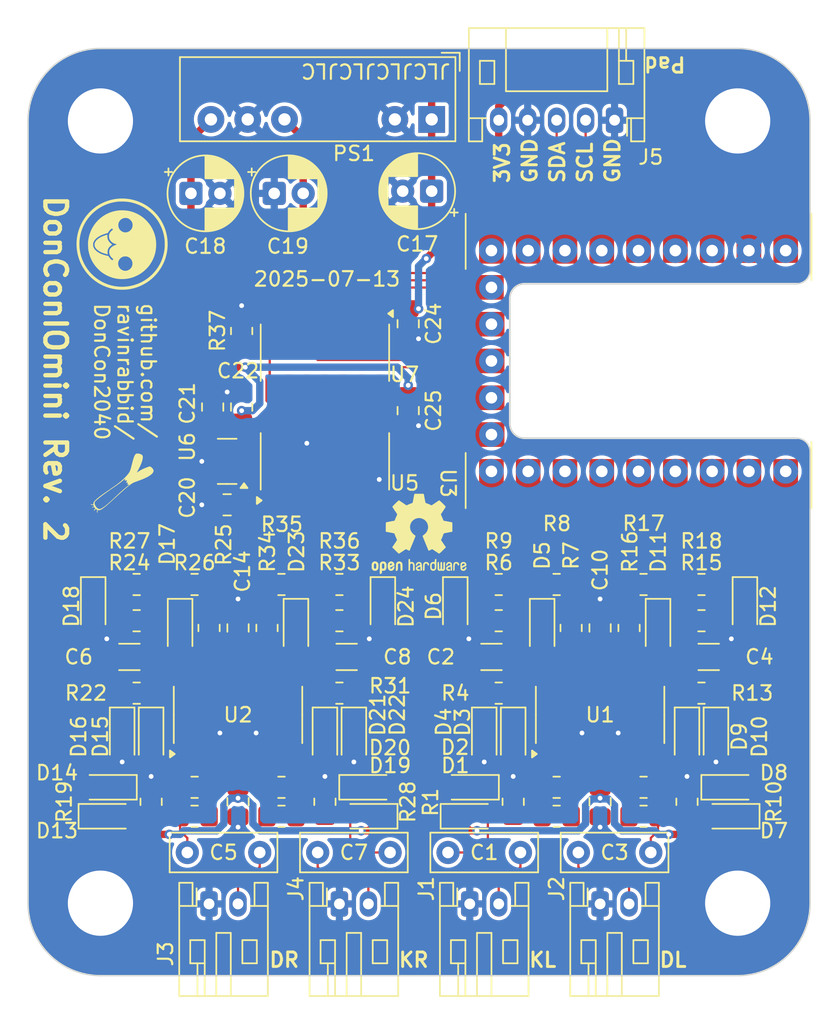
<source format=kicad_pcb>
(kicad_pcb (version 20241229) (generator "pcbnew") (generator_version "9.0")
  (title_block (title "DonConIOmini") (date "2025-07-13") (rev "2") (company "ravinrabbid"))
  (layers (0 "F.Cu" signal) (2 "B.Cu" signal) (13 "F.Paste" user) (15 "B.Paste" user) (5 "F.SilkS" user "F.Silkscreen") (7 "B.SilkS" user "B.Silkscreen") (1 "F.Mask" user) (3 "B.Mask" user) (25 "Edge.Cuts" user))
  (net 0 "")
  (net 1 "Ka_Left_IN")
  (net 2 "Net-(D1-A)")
  (net 3 "GND")
  (net 4 "Don_Left_IN")
  (net 5 "Net-(D7-A)")
  (net 6 "Don_Right_IN")
  (net 7 "Net-(D13-A)")
  (net 8 "Ka_Right_IN")
  (net 9 "Net-(D19-A)")
  (net 10 "+12V")
  (net 11 "-12V")
  (net 12 "+5V")
  (net 13 "Net-(D3-K)")
  (net 14 "Net-(D3-A)")
  (net 15 "Net-(D5-K)")
  (net 16 "Net-(D5-A)")
  (net 17 "Net-(D10-K)")
  (net 18 "Net-(D9-A)")
  (net 19 "Net-(D11-K)")
  (net 20 "Net-(D11-A)")
  (net 21 "Net-(D15-K)")
  (net 22 "Net-(D15-A)")
  (net 23 "Net-(D17-K)")
  (net 24 "Net-(D17-A)")
  (net 25 "Net-(D21-K)")
  (net 26 "Net-(D21-A)")
  (net 27 "Net-(D23-K)")
  (net 28 "Net-(D23-A)")
  (net 29 "SCL")
  (net 30 "SDA")
  (net 31 "+3V3")
  (net 32 "Net-(U5-Vref)")
  (net 33 "SPI MOSI")
  (net 34 "SPI MISO")
  (net 35 "SPI SCLK")
  (net 36 "SPI nCS")
  (net 37 "Ka_Left_ADC")
  (net 38 "Don_Left_ADC")
  (net 39 "Don_Right_ADC")
  (net 40 "Ka_Right_ADC")
  (net 43 "SPI OE")
  (net 44 "Net-(U5-~{CS}{slash}SHDN)")
  (net 45 "Net-(U5-Din)")
  (net 46 "Net-(U5-Dout)")
  (net 47 "Net-(U5-CLK)")
  (net 50 "Net-(U1C--)")
  (net 51 "Net-(U1A--)")
  (net 52 "Net-(U1D-+)")
  (net 53 "Net-(U1C-+)")
  (net 54 "Net-(U2C--)")
  (net 55 "Net-(U1B--)")
  (net 56 "Net-(U2A--)")
  (net 57 "Net-(U2D-+)")
  (net 58 "Net-(U2C-+)")
  (net 59 "Net-(U1D--)")
  (net 60 "Net-(U2D--)")
  (net 61 "Net-(U2B--)")
  (footprint "Diode_SMD:D_SOD-323_HandSoldering" (layer "F.Cu") (at 80.5 103 180)
    (property "Reference" "D2")
    (property "Value" "1N4148")
  )
  (footprint "Diode_SMD:D_SOD-323_HandSoldering" (layer "F.Cu") (at 73.5 103)
    (property "Reference" "D20")
    (property "Value" "1N4148")
  )
  (footprint "Capacitor_THT:C_Rect_L7.2mm_W2.5mm_P5.00mm_FKS2_FKP2_MKS2_MKP2" (layer "F.Cu") (at 66 107.5 180)
    (property "Reference" "C5")
    (property "Value" "1nF")
  )
  (footprint "Resistor_SMD:R_0805_2012Metric_Pad1.20x1.40mm_HandSolder" (layer "F.Cu") (at 70.5 104 90)
    (property "Reference" "R28")
    (property "Value" "1M")
  )
  (footprint "Diode_SMD:D_SOD-323_HandSoldering" (layer "F.Cu") (at 55.5 105)
    (property "Reference" "D13")
    (property "Value" "1N4148")
  )
  (footprint "RP2040-Zero:RP2040 Zero" (layer "F.Cu") (at 79.3285 63.41 -90)
    (property "Reference" "U3")
    (property "Value" "RP2040-Zero")
    (fp_line (start 5.842 -3.937) (end 14.478 -3.937) (stroke (width 0.12)) (layer "Edge.Cuts"))
    (fp_line (start 15.494 -4.953) (end 15.494 -23.749) (stroke (width 0.12)) (layer "Edge.Cuts"))
    (fp_line (start 4.826 -23.749) (end 4.826 -4.953) (stroke (width 0.12)) (layer "Edge.Cuts"))
    (fp_arc (start 5.842 -3.937) (mid 5.12358 -4.23458) (end 4.826 -4.953) (stroke (width 0.12)) (layer "Edge.Cuts"))
    (fp_arc (start 15.494 -4.953) (mid 15.19642 -4.23458) (end 14.478 -3.937) (stroke (width 0.12)) (layer "Edge.Cuts"))
  )
  (footprint "Capacitor_SMD:C_1206_3216Metric_Pad1.33x1.80mm_HandSolder" (layer "F.Cu") (at 97 94)
    (property "Reference" "C4")
    (property "Value" "0.47uF")
  )
  (footprint "Capacitor_SMD:C_1206_3216Metric_Pad1.33x1.80mm_HandSolder" (layer "F.Cu") (at 57 94 180)
    (property "Reference" "C6")
    (property "Value" "0.47uF")
  )
  (footprint "Diode_SMD:D_SOD-323_HandSoldering" (layer "F.Cu") (at 56.5 99.5 -90)
    (property "Reference" "D16")
    (property "Value" "BAT43")
  )
  (footprint "Resistor_SMD:R_0805_2012Metric_Pad1.20x1.40mm_HandSolder" (layer "F.Cu") (at 82.5 91.5)
    (property "Reference" "R6")
    (property "Value" "5.1k")
  )
  (footprint "Capacitor_SMD:C_1206_3216Metric_Pad1.33x1.80mm_HandSolder" (layer "F.Cu") (at 72 94)
    (property "Reference" "C8")
    (property "Value" "0.47uF")
  )
  (footprint "Resistor_SMD:R_0805_2012Metric_Pad1.20x1.40mm_HandSolder" (layer "F.Cu") (at 57.5 96.5)
    (property "Reference" "R22")
    (property "Value" "100")
  )
  (footprint "Resistor_SMD:R_0805_2012Metric_Pad1.20x1.40mm_HandSolder" (layer "F.Cu") (at 86.5 103 180)
    (property "Reference" "R3" (hide yes))
    (property "Value" "100k")
  )
  (footprint "Resistor_SMD:R_0805_2012Metric_Pad1.20x1.40mm_HandSolder" (layer "F.Cu") (at 87.5 92 90)
    (property "Reference" "R7")
    (property "Value" "10k")
  )
  (footprint "Custom:CRV1DxxxSC" (layer "F.Cu") (at 77.87 56.895 -90)
    (property "Reference" "PS1")
    (property "Value" "CRV1D0512SC")
  )
  (footprint "Capacitor_SMD:C_0805_2012Metric_Pad1.18x1.45mm_HandSolder" (layer "F.Cu") (at 64.5 92 90)
    (property "Reference" "C14")
    (property "Value" "100nF")
  )
  (footprint "Diode_SMD:D_SOD-323_HandSoldering" (layer "F.Cu") (at 54.5 90.5 -90)
    (property "Reference" "D18")
    (property "Value" "4.3V")
  )
  (footprint "Capacitor_SMD:C_0805_2012Metric_Pad1.18x1.45mm_HandSolder" (layer "F.Cu") (at 64.75 76.75 -90)
    (property "Reference" "C22")
    (property "Value" "0.1uF")
  )
  (footprint "Connector_JST:JST_PH_S2B-PH-K_1x02_P2.00mm_Horizontal" (layer "F.Cu") (at 89.5 111.05)
    (property "Reference" "J2")
    (property "Value" "Don Left")
  )
  (footprint "CustomLogos:Leek-Logo_6.3mm_Silkscreen" (layer "F.Cu") (at 56.5 82 -90)
    (property "Reference" "REF**" (hide yes))
    (property "Value" "LOGO" (hide yes))
  )
  (footprint "Capacitor_SMD:C_0805_2012Metric_Pad1.18x1.45mm_HandSolder" (layer "F.Cu") (at 62.75 76.75 -90)
    (property "Reference" "C21")
    (property "Value" "10uF")
  )
  (footprint "Connector_JST:JST_PH_S2B-PH-K_1x02_P2.00mm_Horizontal" (layer "F.Cu") (at 80.5 111.05)
    (property "Reference" "J1")
    (property "Value" "Ka Left")
  )
  (footprint "Resistor_SMD:R_0805_2012Metric_Pad1.20x1.40mm_HandSolder" (layer "F.Cu") (at 86.5 89 180)
    (property "Reference" "R8")
    (property "Value" "1k")
  )
  (footprint "Capacitor_THT:C_Rect_L7.2mm_W2.5mm_P5.00mm_FKS2_FKP2_MKS2_MKP2" (layer "F.Cu") (at 70 107.5)
    (property "Reference" "C7")
    (property "Value" "1nF")
  )
  (footprint "Resistor_SMD:R_0805_2012Metric_Pad1.20x1.40mm_HandSolder" (layer "F.Cu") (at 67.5 89)
    (property "Reference" "R35")
    (property "Value" "1k")
  )
  (footprint "Resistor_SMD:R_0805_2012Metric_Pad1.20x1.40mm_HandSolder" (layer "F.Cu") (at 62.5 92 90)
    (property "Reference" "R25")
    (property "Value" "10k")
  )
  (footprint "Resistor_SMD:R_0805_2012Metric_Pad1.20x1.40mm_HandSolder" (layer "F.Cu") (at 82.5 96.5)
    (property "Reference" "R4")
    (property "Value" "100")
  )
  (footprint "Resistor_SMD:R_0805_2012Metric_Pad1.20x1.40mm_HandSolder" (layer "F.Cu") (at 67.5 105)
    (property "Reference" "R29" (hide yes))
    (property "Value" "4.7k")
  )
  (footprint "Resistor_SMD:R_0805_2012Metric_Pad1.20x1.40mm_HandSolder" (layer "F.Cu") (at 67.5 103)
    (property "Reference" "R30" (hide yes))
    (property "Value" "100k")
  )
  (footprint "Resistor_SMD:R_0805_2012Metric_Pad1.20x1.40mm_HandSolder" (layer "F.Cu") (at 96.5 89 180)
    (property "Reference" "R18")
    (property "Value" "300")
  )
  (footprint "CustomLogos:Donchan-Logo_6.3mm_Silkscreen" (layer "F.Cu") (at 56.5 65.5 -90)
    (property "Reference" "REF02" (hide yes))
    (property "Value" "Donchan-Logo_6.3mm_Silkscreen" (hide yes))
  )
  (footprint "Resistor_SMD:R_0805_2012Metric_Pad1.20x1.40mm_HandSolder" (layer "F.Cu") (at 71.5 96.5 180)
    (property "Reference" "R31")
    (property "Value" "100")
  )
  (footprint "Diode_SMD:D_SOD-323_HandSoldering" (layer "F.Cu") (at 70.5 99.5 -90)
    (property "Reference" "D21")
    (property "Value" "BAT43")
  )
  (footprint "Resistor_SMD:R_0805_2012Metric_Pad1.20x1.40mm_HandSolder" (layer "F.Cu") (at 58.5 104 90)
    (property "Reference" "R19")
    (property "Value" "1M")
  )
  (footprint "Resistor_SMD:R_0805_2012Metric_Pad1.20x1.40mm_HandSolder" (layer "F.Cu") (at 71.5 89 180)
    (property "Reference" "R36")
    (property "Value" "300")
  )
  (footprint "Diode_SMD:D_SOD-323_HandSoldering" (layer "F.Cu") (at 74.5 90.5 -90)
    (property "Reference" "D24")
    (property "Value" "4.3V")
  )
  (footprint "Diode_SMD:D_SOD-323_HandSoldering" (layer "F.Cu") (at 85.5 92 -90)
    (property "Reference" "D5")
    (property "Value" "1N4148")
  )
  (footprint "Capacitor_THT:CP_Radial_D5.0mm_P2.00mm" (layer "F.Cu") (at 77.87 61.848 180)
    (property "Reference" "C17")
    (property "Value" "4.7uF")
  )
  (footprint "Resistor_SMD:R_0805_2012Metric_Pad1.20x1.40mm_HandSolder" (layer "F.Cu") (at 95.5 104 90)
    (property "Reference" "R10")
    (property "Value" "1M")
  )
  (footprint "Resistor_SMD:R_0805_2012Metric_Pad1.20x1.40mm_HandSolder" (layer "F.Cu") (at 92.5 105)
    (property "Reference" "R11" (hide yes))
    (property "Value" "4.7k")
  )
  (footprint "Capacitor_THT:CP_Radial_D5.0mm_P2.00mm" (layer "F.Cu") (at 61.25 62)
    (property "Reference" "C18")
    (property "Value" "1uF")
  )
  (footprint "Resistor_SMD:R_0805_2012Metric_Pad1.20x1.40mm_HandSolder" (layer "F.Cu") (at 91.5 92 90)
    (property "Reference" "R16")
    (property "Value" "10k")
  )
  (footprint "Diode_SMD:D_SOD-323_HandSoldering" (layer "F.Cu") (at 60.5 92 -90)
    (property "Reference" "D17")
    (property "Value" "1N4148")
  )
  (footprint "Capacitor_SMD:C_0805_2012Metric_Pad1.18x1.45mm_HandSolder" (layer "F.Cu") (at 89.5 104 -90)
    (property "Reference" "C9" (hide yes))
    (property "Value" "100nF")
  )
  (footprint "Diode_SMD:D_SOD-323_HandSoldering" (layer "F.Cu") (at 99.5 90.5 -90)
    (property "Reference" "D12")
    (property "Value" "4.3V")
  )
  (footprint "MountingHole:MountingHole_4.5mm_Pad_TopOnly" (layer "F.Cu") (at 99 57)
    (property "Reference" "H2" (hide yes))
    (property "Value" "MountingHole_Pad")
  )
  (footprint "Resistor_SMD:R_0805_2012Metric_Pad1.20x1.40mm_HandSolder" (layer "F.Cu") (at 82.5 89)
    (property "Reference" "R9")
    (property "Value" "300")
  )
  (footprint "Resistor_SMD:R_0805_2012Metric_Pad1.20x1.40mm_HandSolder" (layer "F.Cu") (at 61.5 105 180)
    (property "Reference" "R20" (hide yes))
    (property "Value" "4.7k")
  )
  (footprint "Resistor_SMD:R_0805_2012Metric_Pad1.20x1.40mm_HandSolder" (layer "F.Cu") (at 61.5 89 180)
    (property "Reference" "R26")
    (property "Value" "1k")
  )
  (footprint "Package_SO:SOIC-14_3.9x8.7mm_P1.27mm" (layer "F.Cu") (at 70.5 80.5 90)
    (property "Reference" "U5")
    (property "Value" "MCP3204")
  )
  (footprint "Package_TO_SOT_SMD:SOT-23" (layer "F.Cu") (at 63.75 80.5 180)
    (property "Reference" "U6")
    (property "Value" "MCP1541-TT")
  )
  (footprint "Diode_SMD:D_SOD-323_HandSoldering" (layer "F.Cu") (at 72.5 99.5 -90)
    (property "Reference" "D22")
    (property "Value" "BAT43")
  )
  (footprint "Diode_SMD:D_SOD-323_HandSoldering" (layer "F.Cu") (at 55.5 103 180)
    (property "Reference" "D14")
    (property "Value" "1N4148")
  )
  (footprint "Capacitor_SMD:C_0805_2012Metric_Pad1.18x1.45mm_HandSolder" (layer "F.Cu") (at 89.5 92 90)
    (property "Reference" "C10")
    (property "Value" "100nF")
  )
  (footprint "Connector_JST:JST_PH_S2B-PH-K_1x02_P2.00mm_Horizontal" (layer "F.Cu") (at 62.5 111.05)
    (property "Reference" "J3")
    (property "Value" "Don Right")
  )
  (footprint "Symbol:OSHW-Logo2_7.3x6mm_SilkScreen" (layer "F.Cu") (at 77 85.5)
    (property "Reference" "REF01" (hide yes))
    (property "Value" "OSHW-Logo2_7.3x6mm_SilkScreen" (hide yes))
  )
  (footprint "Diode_SMD:D_SOD-323_HandSoldering" (layer "F.Cu") (at 98.5 103)
    (property "Reference" "D8")
    (property "Value" "1N4148")
  )
  (footprint "Diode_SMD:D_SOD-323_HandSoldering" (layer "F.Cu") (at 79.5 90.5 -90)
    (property "Reference" "D6")
    (property "Value" "4.3V")
  )
  (footprint "Capacitor_SMD:C_0805_2012Metric_Pad1.18x1.45mm_HandSolder" (layer "F.Cu") (at 76.25 71 -90)
    (property "Reference" "C24")
    (property "Value" "0.1uF")
  )
  (footprint "Diode_SMD:D_SOD-323_HandSoldering" (layer "F.Cu") (at 81.5 99.5 -90)
    (property "Reference" "D4")
    (property "Value" "BAT43")
  )
  (footprint "Resistor_SMD:R_0805_2012Metric_Pad1.20x1.40mm_HandSolder" (layer "F.Cu") (at 92.5 89)
    (property "Reference" "R17")
    (property "Value" "1k")
  )
  (footprint "Connector_JST:JST_PH_S5B-PH-K_1x05_P2.00mm_Horizontal" (layer "F.Cu") (at 90.5 56.95 180)
    (property "Reference" "J5")
    (property "Value" "Pad")
  )
  (footprint "Diode_SMD:D_SOD-323_HandSoldering" (layer "F.Cu") (at 93.5 92 -90)
    (property "Reference" "D11")
    (property "Value" "1N4148")
  )
  (footprint "Capacitor_SMD:C_0805_2012Metric_Pad1.18x1.45mm_HandSolder" (layer "F.Cu") (at 76.25 77 90)
    (property "Reference" "C25")
    (property "Value" "0.1uF")
  )
  (footprint "Package_SO:SOIC-14_3.9x8.7mm_P1.27mm" (layer "F.Cu") (at 89.5 98 90)
    (property "Reference" "U1")
    (property "Value" "TL074")
  )
  (footprint "Capacitor_THT:CP_Radial_D5.0mm_P2.00mm" (layer "F.Cu") (at 67 62)
    (property "Reference" "C19")
    (property "Value" "1uF")
  )
  (footprint "Diode_SMD:D_SOD-323_HandSoldering" (layer "F.Cu") (at 68.5 92 -90)
    (property "Reference" "D23")
    (property "Value" "1N4148")
  )
  (footprint "Resistor_SMD:R_0805_2012Metric_Pad1.20x1.40mm_HandSolder" (layer "F.Cu") (at 71.5 91.5 180)
    (property "Reference" "R33")
    (property "Value" "5.1k")
  )
  (footprint "Capacitor_SMD:C_1206_3216Metric_Pad1.33x1.80mm_HandSolder" (layer "F.Cu") (at 82 94 180)
    (property "Reference" "C2")
    (property "Value" "0.47uF")
  )
  (footprint "Package_SO:SOIC-14_3.9x8.7mm_P1.27mm" (layer "F.Cu") (at 70.5 73 -90)
    (property "Reference" "U7")
    (property "Value" "TXB0104D")
  )
  (footprint "Resistor_SMD:R_0805_2012Metric_Pad1.20x1.40mm_HandSolder" (layer "F.Cu") (at 83.5 104 90)
    (property "Reference" "R1")
    (property "Value" "1M")
  )
  (footprint "MountingHole:MountingHole_4.5mm_Pad_TopOnly" (layer "F.Cu") (at 55 57)
    (property "Reference" "H1" (hide yes))
    (property "Value" "MountingHole_Pad")
  )
  (footprint "Capacitor_SMD:C_0805_2012Metric_Pad1.18x1.45mm_HandSolder" (layer "F.Cu") (at 63.75 83.5)
    (property "Reference" "C20")
    (property "Value" "0.1uF")
  )
  (footprint "Resistor_SMD:R_0805_2012Metric_Pad1.20x1.40mm_HandSolder" (layer "F.Cu") (at 57.5 91.5)
    (property "Reference" "R24")
    (property "Value" "5.1k")
  )
  (footprint "Resistor_SMD:R_0805_2012Metric_Pad1.20x1.40mm_HandSolder" (layer "F.Cu") (at 92.5 103)
    (property "Reference" "R12" (hide yes))
    (property "Value" "100k")
  )
  (footprint "Connector_JST:JST_PH_S2B-PH-K_1x02_P2.00mm_Horizontal" (layer "F.Cu") (at 71.5 111.05)
    (property "Reference" "J4")
    (property "Value" "Ka Right")
  )
  (footprint "Diode_SMD:D_SOD-323_HandSoldering" (layer "F.Cu") (at 83.5 99.5 -90)
    (property "Reference" "D3")
    (property "Value" "BAT43")
  )
  (footprint "Resistor_SMD:R_0805_2012Metric_Pad1.20x1.40mm_HandSolder" (layer "F.Cu") (at 96.5 91.5 180)
    (property "Reference" "R15")
    (property "Value" "5.1k")
  )
  (footprint "Diode_SMD:D_SOD-323_HandSoldering" (layer "F.Cu") (at 97.5 99.5 -90)
    (property "Reference" "D10")
    (property "Value" "BAT43")
  )
  (footprint "Resistor_SMD:R_0805_2012Metric_Pad1.20x1.40mm_HandSolder" (layer "F.Cu") (at 86.5 105 180)
    (property "Reference" "R2" (hide yes))
    (property "Value" "4.7k")
  )
  (footprint "Capacitor_SMD:C_0805_2012Metric_Pad1.18x1.45mm_HandSolder" (layer "F.Cu") (at 64.5 104 -90)
    (property "Reference" "C13" (hide yes))
    (property "Value" "100nF")
  )
  (footprint "Resistor_SMD:R_0805_2012Metric_Pad1.20x1.40mm_HandSolder" (layer "F.Cu") (at 61.5 103 180)
    (property "Reference" "R21" (hide yes))
    (property "Value" "100k")
  )
  (footprint "Resistor_SMD:R_0805_2012Metric_Pad1.20x1.40mm_HandSolder" (layer "F.Cu") (at 66.5 92 90)
    (property "Reference" "R34")
    (property "Value" "10k")
  )
  (footprint "Capacitor_THT:C_Rect_L7.2mm_W2.5mm_P5.00mm_FKS2_FKP2_MKS2_MKP2" (layer "F.Cu") (at 84 107.5 180)
    (property "Reference" "C1")
    (property "Value" "1nF")
  )
  (footprint "Resistor_SMD:R_0805_2012Metric_Pad1.20x1.40mm_HandSolder" (layer "F.Cu") (at 96.5 96.5 180)
    (property "Reference" "R13")
    (property "Value" "100")
  )
  (footprint "Resistor_SMD:R_0805_2012Metric_Pad1.20x1.40mm_HandSolder" (layer "F.Cu") (at 57.5 89)
    (property "Reference" "R27")
    (property "Value" "300")
  )
  (footprint "MountingHole:MountingHole_4.5mm_Pad_TopOnly" (layer "F.Cu") (at 55 111)
    (property "Reference" "H4" (hide yes))
    (property "Value" "MountingHole_Pad")
  )
  (footprint "Diode_SMD:D_SOD-323_HandSoldering" (layer "F.Cu") (at 98.5 105 180)
    (property "Reference" "D7")
    (property "Value" "1N4148")
  )
  (footprint "Resistor_SMD:R_0805_2012Metric_Pad1.20x1.40mm_HandSolder" (layer "F.Cu") (at 64.75 71.5 90)
    (property "Reference" "R37")
    (property "Value" "10k")
  )
  (footprint "MountingHole:MountingHole_4.5mm_Pad_TopOnly" (layer "F.Cu") (at 99 111)
    (property "Reference" "H3" (hide yes))
    (property "Value" "MountingHole_Pad")
  )
  (footprint "Package_SO:SOIC-14_3.9x8.7mm_P1.27mm" (layer "F.Cu") (at 64.5 98 90)
    (property "Reference" "U2")
    (property "Value" "TL074")
  )
  (footprint "Diode_SMD:D_SOD-323_HandSoldering" (layer "F.Cu") (at 73.5 105 180)
    (property "Reference" "D19")
    (property "Value" "1N4148")
  )
  (footprint "Diode_SMD:D_SOD-323_HandSoldering" (layer "F.Cu") (at 58.5 99.5 -90)
    (property "Reference" "D15")
    (property "Value" "BAT43")
  )
  (footprint "Diode_SMD:D_SOD-323_HandSoldering" (layer "F.Cu") (at 80.5 105)
    (property "Reference" "D1")
    (property "Value" "1N4148")
  )
  (footprint "Capacitor_THT:C_Rect_L7.2mm_W2.5mm_P5.00mm_FKS2_FKP2_MKS2_MKP2" (layer "F.Cu") (at 88 107.5)
    (property "Reference" "C3")
    (property "Value" "1nF")
  )
  (footprint "Diode_SMD:D_SOD-323_HandSoldering" (layer "F.Cu") (at 95.5 99.5 -90)
    (property "Reference" "D9")
    (property "Value" "BAT43")
  )
  (gr_arc (start 50 57) (mid 51.464466 53.464466) (end 55 52) (stroke (width 0.1)) (layer "Edge.Cuts"))
  (gr_line (start 55 116) (end 99 116) (stroke (width 0.1)) (layer "Edge.Cuts"))
  (gr_arc (start 55 116) (mid 51.464466 114.535534) (end 50 111) (stroke (width 0.1)) (layer "Edge.Cuts"))
  (gr_arc (start 103.0775 78.904) (mid 103.729806 79.174194) (end 104 79.8265) (stroke (width 0.1)) (layer "Edge.Cuts"))
  (gr_arc (start 99 52) (mid 102.535534 53.464466) (end 104 57) (stroke (width 0.1)) (layer "Edge.Cuts"))
  (gr_arc (start 104 67.3135) (mid 103.729806 67.965806) (end 103.0775 68.236) (stroke (width 0.1)) (layer "Edge.Cuts"))
  (gr_line (start 99 52) (end 55 52) (stroke (width 0.1)) (layer "Edge.Cuts"))
  (gr_line (start 50 57) (end 50 111) (stroke (width 0.1)) (layer "Edge.Cuts"))
  (gr_line (start 104 111) (end 104 80) (stroke (width 0.1)) (layer "Edge.Cuts"))
  (gr_line (start 104 80) (end 104 79.8265) (stroke (width 0.1)) (layer "Edge.Cuts"))
  (gr_line (start 104 67.3135) (end 104 57) (stroke (width 0.1)) (layer "Edge.Cuts"))
  (gr_arc (start 104 111) (mid 102.535534 114.535534) (end 99 116) (stroke (width 0.1)) (layer "Edge.Cuts"))
  (gr_text "GND" (at 90.945 61.395 90) (layer "F.SilkS") (effects (font (size 1 1) (thickness 0.2) (bold yes)) (justify left bottom)))
  (gr_text "SDA" (at 87.135 61.395 90) (layer "F.SilkS") (effects (font (size 1 1) (thickness 0.2) (bold yes)) (justify left bottom)))
  (gr_text "github.com/\nravinrabbid/\nDonCon2040\n" (at 54.5 69.5 270) (layer "F.SilkS") (effects (font (size 1 1)) (justify left bottom)))
  (gr_text "GND" (at 85.23 61.395 90) (layer "F.SilkS") (effects (font (size 1 1) (thickness 0.2) (bold yes)) (justify left bottom)))
  (gr_text "${TITLE} Rev. ${REVISION}" (at 51 62 270) (layer "F.SilkS") (effects (font (size 1.5 1.5) (thickness 0.3) (bold yes)) (justify left bottom)))
  (gr_text "JLCJLCJLCJLC" (at 79.249182 52.963866 180) (layer "F.SilkS") (effects (font (size 1 1)) (justify left bottom)))
  (gr_text "DL" (at 93.5 115.5 0) (layer "F.SilkS") (effects (font (size 1 1) (thickness 0.2) (bold yes)) (justify left bottom)))
  (gr_text "3V3" (at 83.325 61.395 90) (layer "F.SilkS") (effects (font (size 1 1) (thickness 0.2) (bold yes)) (justify left bottom)))
  (gr_text "${ISSUE_DATE}" (at 65.5 68.5 0) (layer "F.SilkS") (effects (font (size 1 1)) (justify left bottom)))
  (gr_text "KL" (at 84.5 115.5 0) (layer "F.SilkS") (effects (font (size 1 1) (thickness 0.2) (bold yes)) (justify left bottom)))
  (gr_text "Pad" (at 95.5 52.5 180) (layer "F.SilkS") (effects (font (size 1 1) (thickness 0.2) (bold yes)) (justify left bottom)))
  (gr_text "KR" (at 75.5 115.5 0) (layer "F.SilkS") (effects (font (size 1 1) (thickness 0.2) (bold yes)) (justify left bottom)))
  (gr_text "DR" (at 66.56 115.5 0) (layer "F.SilkS") (effects (font (size 1 1) (thickness 0.2) (bold yes)) (justify left bottom)))
  (gr_text "SCL" (at 89.04 61.395 90) (layer "F.SilkS") (effects (font (size 1 1) (thickness 0.2) (bold yes)) (justify left bottom)))
  (segment (start 82.5 109.5) (end 83 109) (width 0.1524) (layer "F.Cu") (net 1))
  (segment (start 84 108.5) (end 84 107.5) (width 0.1524) (layer "F.Cu") (net 1))
  (segment (start 83.5 109) (end 84 108.5) (width 0.1524) (layer "F.Cu") (net 1))
  (segment (start 83 109) (end 83.5 109) (width 0.1524) (layer "F.Cu") (net 1))
  (segment (start 82.5 111.05) (end 82.5 109.5) (width 0.1524) (layer "F.Cu") (net 1))
  (segment (start 81.75 106.75) (end 81.75 105) (width 0.1524) (layer "F.Cu") (net 2))
  (segment (start 81.75 105) (end 83.5 105) (width 0.1524) (layer "F.Cu") (net 2))
  (segment (start 81.75 105) (end 81.75 103) (width 0.1524) (layer "F.Cu") (net 2))
  (segment (start 81 107.5) (end 81.75 106.75) (width 0.1524) (layer "F.Cu") (net 2))
  (segment (start 83.5 105) (end 85.5 105) (width 0.1524) (layer "F.Cu") (net 2))
  (segment (start 79 107.5) (end 81 107.5) (width 0.1524) (layer "F.Cu") (net 2))
  (segment (start 62.7125 83.5) (end 62 83.5) (width 0.508) (layer "F.Cu") (net 3))
  (segment (start 63.5 89) (end 62.5 89) (width 0.508) (layer "F.Cu") (net 3))
  (segment (start 97.5 100.75) (end 97.5 101.25) (width 0.508) (layer "F.Cu") (net 3))
  (segment (start 76.9625 72.0375) (end 76.25 72.0375) (width 0.508) (layer "F.Cu") (net 3))
  (segment (start 81.5 100.75) (end 81.5 101.25) (width 0.508) (layer "F.Cu") (net 3))
  (segment (start 73.5625 92.5625) (end 72.5 91.5) (width 0.508) (layer "F.Cu") (net 3))
  (segment (start 55.4375 94) (end 55.4375 92.75) (width 0.508) (layer "F.Cu") (net 3))
  (segment (start 76.9625 78.0375) (end 76.25 78.0375) (width 0.508) (layer "F.Cu") (net 3))
  (segment (start 79.625 91.75) (end 80.4375 92.5625) (width 0.508) (layer "F.Cu") (net 3))
  (segment (start 98.5625 94) (end 98.5625 92.75) (width 0.508) (layer "F.Cu") (net 3))
  (segment (start 54.625 91.75) (end 54.5 91.75) (width 0.508) (layer "F.Cu") (net 3))
  (segment (start 62.8125 80.5) (end 62 80.5) (width 0.1524) (layer "F.Cu") (net 3))
  (segment (start 81.5 91.5) (end 80.4375 92.5625) (width 0.508) (layer "F.Cu") (net 3))
  (segment (start 95.5 103) (end 95.5 102.25) (width 0.508) (layer "F.Cu") (net 3))
  (segment (start 90.77 99.27) (end 90.75 99.25) (width 0.1524) (layer "F.Cu") (net 3))
  (segment (start 64.5 90.9625) (end 64.5 90) (width 0.508) (layer "F.Cu") (net 3))
  (segment (start 64.75 70.5) (end 64.75 69.75) (width 0.508) (layer "F.Cu") (net 3))
  (segment (start 74.31 81.81) (end 74.25 81.75) (width 0.1524) (layer "F.Cu") (net 3))
  (segment (start 73.5625 92.75) (end 73.5625 92.5625) (width 0.508) (layer "F.Cu") (net 3))
  (segment (start 55.4375 92.75) (end 55.4375 92.5625) (width 0.508) (layer "F.Cu") (net 3))
  (segment (start 74.31 82.975) (end 74.31 81.81) (width 0.1524) (layer "F.Cu") (net 3))
  (segment (start 98.5625 92.75) (end 98.5625 92.5625) (width 0.508) (layer "F.Cu") (net 3))
  (segment (start 99.375 91.75) (end 98.5625 92.5625) (width 0.508) (layer "F.Cu") (net 3))
  (segment (start 73.5625 94) (end 73.5625 92.75) (width 0.508) (layer "F.Cu") (net 3))
  (segment (start 65.77 100.475) (end 65.77 99.27) (width 0.1524) (layer "F.Cu") (net 3))
  (segment (start 64.5 90) (end 63.5 89) (width 0.508) (layer "F.Cu") (net 3))
  (segment (start 89.5 90) (end 88.5 89) (width 0.508) (layer "F.Cu") (net 3))
  (segment (start 70.5 103) (end 70.5 102.25) (width 0.508) (layer "F.Cu") (net 3))
  (segment (start 65.5 89) (end 64.5 90) (width 0.508) (layer "F.Cu") (net 3))
  (segment (start 90.77 100.475) (end 90.77 99.27) (width 0.1524) (layer "F.Cu") (net 3))
  (segment (start 99.5 91.75) (end 99.375 91.75) (width 0.508) (layer "F.Cu") (net 3))
  (segment (start 55.4375 92.5625) (end 56.5 91.5) (width 0.508) (layer "F.Cu") (net 3))
  (segment (start 89.5 90.9625) (end 89.5 90) (width 0.508) (layer "F.Cu") (net 3))
  (segment (start 73.5625 92.5625) (end 74.375 91.75) (width 0.508) (layer "F.Cu") (net 3))
  (segment (start 74.375 91.75) (end 74.5 91.75) (width 0.508) (layer "F.Cu") (net 3))
  (segment (start 63.23 99.27) (end 63.25 99.25) (width 0.1524) (layer "F.Cu") (net 3))
  (segment (start 69.23 79.23) (end 69.25 79.25) (width 0.1524) (layer "F.Cu") (net 3))
  (segment (start 69.23 78.025) (end 69.23 79.23) (width 0.1524) (layer "F.Cu") (net 3))
  (segment (start 63.75 75.7125) (end 64.75 75.7125) (width 0.508) (layer "F.Cu") (net 3))
  (segment (start 90.5 89) (end 91.5 89) (width 0.508) (layer "F.Cu") (net 3))
  (segment (start 55.4375 92.5625) (end 54.625 91.75) (width 0.508) (layer "F.Cu") (net 3))
  (segment (start 97.5 91.5) (end 98.5625 92.5625) (width 0.508) (layer "F.Cu") (net 3))
  (segment (start 88.5 89) (end 87.5 89) (width 0.508) (layer "F.Cu") (net 3))
  (segment (start 62.75 75.7125) (end 63.75 75.7125) (width 0.508) (layer "F.Cu") (net 3))
  (segment (start 79.5 91.75) (end 79.625 91.75) (width 0.508) (layer "F.Cu") (net 3))
  (segment (start 64.5 105.0375) (end 64.5 105.75) (width 0.508) (layer "F.Cu") (net 3))
  (segment (start 63.23 100.475) (end 63.23 99.27) (width 0.1524) (layer "F.Cu") (net 3))
  (segment (start 89.5 105.0375) (end 89.5 105.75) (width 0.508) (layer "F.Cu") (net 3))
  (segment (start 56.5 100.75) (end 56.5 101.25) (width 0.508) (layer "F.Cu") (net 3))
  (segment (start 65.77 99.27) (end 65.75 99.25) (width 0.1524) (layer "F.Cu") (net 3))
  (segment (start 80.4375 92.5625) (end 80.4375 92.75) (width 0.508) (layer "F.Cu") (net 3))
  (segment (start 80.4375 92.75) (end 80.4375 94) (width 0.508) (layer "F.Cu") (net 3))
  (segment (start 88.23 100.475) (end 88.23 99.27) (width 0.1524) (layer "F.Cu") (net 3))
  (segment (start 83.5 103) (end 83.5 102.25) (width 0.508) (layer "F.Cu") (net 3))
  (segment (start 66.69 70.525) (end 64.775 70.525) (width 0.1524) (layer "F.Cu") (net 3))
  (segment (start 89.5 90) (end 90.5 89) (width 0.508) (layer "F.Cu") (net 3))
  (segment (start 58.5 103) (end 58.5 102.25) (width 0.508) (layer "F.Cu") (net 3))
  (segment (start 64.775 70.525) (end 64.75 70.5) (width 0.1524) (layer "F.Cu") (net 3))
  (segment (start 72.5 100.75) (end 72.5 101.25) (width 0.508) (layer "F.Cu") (net 3))
  (segment (start 88.23 99.27) (end 88.25 99.25) (width 0.1524) (layer "F.Cu") (net 3))
  (segment (start 66.5 89) (end 65.5 89) (width 0.508) (layer "F.Cu") (net 3))
  (via (at 70.5 102.25) (size 0.6604) (drill 0.3302) (layers "F.Cu" "B.Cu") (net 3))
  (via (at 89.5 105.75) (size 0.6604) (drill 0.3302) (layers "F.Cu" "B.Cu") (net 3))
  (via (at 62 83.5) (size 0.6604) (drill 0.3302) (layers "F.Cu" "B.Cu") (net 3))
  (via (at 98.5625 92.75) (size 0.6604) (drill 0.3302) (layers "F.Cu" "B.Cu") (net 3))
  (via (at 80.4375 92.75) (size 0.6604) (drill 0.3302) (layers "F.Cu" "B.Cu") (net 3))
  (via (at 72.5 101.25) (size 0.6604) (drill 0.3302) (layers "F.Cu" "B.Cu") (net 3))
  (via (at 64.5 90) (size 0.6604) (drill 0.3302) (layers "F.Cu" "B.Cu") (net 3))
  (via (at 64.5 105.75) (size 0.6604) (drill 0.3302) (layers "F.Cu" "B.Cu") (net 3))
  (via (at 56.5 101.25) (size 0.6604) (drill 0.3302) (layers "F.Cu" "B.Cu") (net 3))
  (via (at 69.25 79.25) (size 0.6604) (drill 0.3302) (layers "F.Cu" "B.Cu") (net 3))
  (via (at 95.5 102.25) (size 0.6604) (drill 0.3302) (layers "F.Cu" "B.Cu") (net 3))
  (via (at 76.9625 72.0375) (size 0.6604) (drill 0.3302) (layers "F.Cu" "B.Cu") (net 3))
  (via (at 74.25 81.75) (size 0.6604) (drill 0.3302) (layers "F.Cu" "B.Cu") (net 3))
  (via (at 76.9625 78.0375) (size 0.6604) (drill 0.3302) (layers "F.Cu" "B.Cu") (net 3))
  (via (at 83.5 102.25) (size 0.6604) (drill 0.3302) (layers "F.Cu" "B.Cu") (net 3))
  (via (at 81.5 101.25) (size 0.6604) (drill 0.3302) (layers "F.Cu" "B.Cu") (net 3))
  (via (at 89.5 90) (size 0.6604) (drill 0.3302) (layers "F.Cu" "B.Cu") (net 3))
  (via (at 73.5625 92.75) (size 0.6604) (drill 0.3302) (layers "F.Cu" "B.Cu") (net 3))
  (via (at 64.75 69.75) (size 0.6604) (drill 0.3302) (layers "F.Cu" "B.Cu") (net 3))
  (via (at 58.5 102.25) (size 0.6604) (drill 0.3302) (layers "F.Cu" "B.Cu") (net 3))
  (via (at 55.4375 92.75) (size 0.6604) (drill 0.3302) (layers "F.Cu" "B.Cu") (net 3))
  (via (at 88.25 99.25) (size 0.6604) (drill 0.3302) (layers "F.Cu" "B.Cu") (net 3))
  (via (at 90.75 99.25) (size 0.6604) (drill 0.3302) (layers "F.Cu" "B.Cu") (net 3))
  (via (at 63.25 99.25) (size 0.6604) (drill 0.3302) (layers "F.Cu" "B.Cu") (net 3))
  (via (at 65.75 99.25) (size 0.6604) (drill 0.3302) (layers "F.Cu" "B.Cu") (net 3))
  (via (at 63.75 75.7125) (size 0.6604) (drill 0.3302) (layers "F.Cu" "B.Cu") (net 3))
  (via (at 97.5 101.25) (size 0.6604) (drill 0.3302) (layers "F.Cu" "B.Cu") (net 3))
  (via (at 62 80.5) (size 0.6604) (drill 0.3302) (layers "F.Cu" "B.Cu") (net 3))
  (segment (start 88 108.5) (end 88.5 109) (width 0.1524) (layer "F.Cu") (net 4))
  (segment (start 91.5 109.5) (end 91.5 111.05) (width 0.1524) (layer "F.Cu") (net 4))
  (segment (start 88.5 109) (end 91 109) (width 0.1524) (layer "F.Cu") (net 4))
  (segment (start 91 109) (end 91.5 109.5) (width 0.1524) (layer "F.Cu") (net 4))
  (segment (start 88 107.5) (end 88 108.5) (width 0.1524) (layer "F.Cu") (net 4))
  (segment (start 95.5 105) (end 97.25 105) (width 0.1524) (layer "F.Cu") (net 5))
  (segment (start 93 107.5) (end 93 106.5) (width 0.1524) (layer "F.Cu") (net 5))
  (segment (start 93.5 106) (end 93.5 105) (width 0.1524) (layer "F.Cu") (net 5))
  (segment (start 97.25 105) (end 97.25 103) (width 0.1524) (layer "F.Cu") (net 5))
  (segment (start 93.5 105) (end 95.5 105) (width 0.1524) (layer "F.Cu") (net 5))
  (segment (start 93 106.5) (end 93.5 106) (width 0.1524) (layer "F.Cu") (net 5))
  (segment (start 64.5 111.05) (end 64.5 109.442576) (width 0.1524) (layer "F.Cu") (net 6))
  (segment (start 65.5 109) (end 66 108.5) (width 0.1524) (layer "F.Cu") (net 6))
  (segment (start 64.942576 109) (end 65.5 109) (width 0.1524) (layer "F.Cu") (net 6))
  (segment (start 66 108.5) (end 66 107.5) (width 0.1524) (layer "F.Cu") (net 6))
  (segment (start 64.5 109.442576) (end 64.942576 109) (width 0.1524) (layer "F.Cu") (net 6))
  (segment (start 56.75 105) (end 56.75 103) (width 0.1524) (layer "F.Cu") (net 7))
  (segment (start 60.5 105) (end 60.5 106) (width 0.1524) (layer "F.Cu") (net 7))
  (segment (start 60.5 105) (end 58.5 105) (width 0.1524) (layer "F.Cu") (net 7))
  (segment (start 60.5 106) (end 61 106.5) (width 0.1524) (layer "F.Cu") (net 7))
  (segment (start 61 106.5) (end 61 107.5) (width 0.1524) (layer "F.Cu") (net 7))
  (segment (start 56.75 105) (end 58.5 105) (width 0.1524) (layer "F.Cu") (net 7))
  (segment (start 70 107.5) (end 70 108.5) (width 0.1524) (layer "F.Cu") (net 8))
  (segment (start 70.5 109) (end 73 109) (width 0.1524) (layer "F.Cu") (net 8))
  (segment (start 73 109) (end 73.5 109.5) (width 0.1524) (layer "F.Cu") (net 8))
  (segment (start 73.5 109.5) (end 73.5 111.05) (width 0.1524) (layer "F.Cu") (net 8))
  (segment (start 70 108.5) (end 70.5 109) (width 0.1524) (layer "F.Cu") (net 8))
  (segment (start 72.25 105) (end 70.5 105) (width 0.1524) (layer "F.Cu") (net 9))
  (segment (start 72.25 106.75) (end 72.25 105) (width 0.1524) (layer "F.Cu") (net 9))
  (segment (start 75 107.5) (end 73 107.5) (width 0.1524) (layer "F.Cu") (net 9))
  (segment (start 73 107.5) (end 72.25 106.75) (width 0.1524) (layer "F.Cu") (net 9))
  (segment (start 72.25 105) (end 72.25 103) (width 0.1524) (layer "F.Cu") (net 9))
  (segment (start 68.5 105) (end 70.5 105) (width 0.1524) (layer "F.Cu") (net 9))
  (segment (start 56.904839 106.005) (end 56.029839 106.005) (width 0.508) (layer "F.Cu") (net 10))
  (segment (start 80.5 106) (end 79.5 105) (width 0.508) (layer "F.Cu") (net 10))
  (segment (start 64.5 100.475) (end 64.5 102.9625) (width 0.1524) (layer "F.Cu") (net 10))
  (segment (start 74.5 105) (end 74.75 105) (width 0.508) (layer "F.Cu") (net 10))
  (segment (start 74.524839 105) (end 74.774839 105) (width 0.508) (layer "F.Cu") (net 10))
  (segment (start 57.149839 106.25) (end 56.904839 106.005) (width 0.508) (layer "F.Cu") (net 10))
  (segment (start 60.5 64) (end 61.25 63.25) (width 0.508) (layer "F.Cu") (net 10))
  (segment (start 89.5 100.475) (end 89.5 102.9625) (width 0.1524) (layer "F.Cu") (net 10))
  (segment (start 54.25 105) (end 52 105) (width 0.508) (layer "F.Cu") (net 10))
  (segment (start 96.875 106.25) (end 94.262962 106.25) (width 0.508) (layer "F.Cu") (net 10))
  (segment (start 74.75 105) (end 79.25 105) (width 0.508) (layer "F.Cu") (net 10))
  (segment (start 51 104) (end 51 65.0625) (width 0.508) (layer "F.Cu") (net 10))
  (segment (start 97.12 106.005) (end 96.875 106.25) (width 0.508) (layer "F.Cu") (net 10))
  (segment (start 61.25 62) (end 61.25 58.275) (width 0.508) (layer "F.Cu") (net 10))
  (segment (start 99.75 105) (end 99 105) (width 0.508) (layer "F.Cu") (net 10))
  (segment (start 81 106) (end 80.5 106) (width 0.508) (layer "F.Cu") (net 10))
  (segment (start 79.5 105) (end 79.25 105) (width 0.508) (layer "F.Cu") (net 10))
  (segment (start 51 65.0625) (end 52.0625 64) (width 0.508) (layer "F.Cu") (net 10))
  (segment (start 89.5 103.75) (end 89.5 102.9625) (width 0.508) (layer "F.Cu") (net 10))
  (segment (start 97.995 106.005) (end 97.12 106.005) (width 0.508) (layer "F.Cu") (net 10))
  (segment (start 61.25 58.275) (end 62.63 56.895) (width 0.508) (layer "F.Cu") (net 10))
  (segment (start 52 105) (end 51 104) (width 0.508) (layer "F.Cu") (net 10))
  (segment (start 61.25 63.25) (end 61.25 62) (width 0.508) (layer "F.Cu") (net 10))
  (segment (start 56.029839 106.005) (end 55.024839 105) (width 0.508) (layer "F.Cu") (net 10))
  (segment (start 55.024839 105) (end 54.274839 105) (width 0.508) (layer "F.Cu") (net 10))
  (segment (start 94.262962 106.25) (end 94.254522 106.25844) (width 0.508) (layer "F.Cu") (net 10))
  (segment (start 59.745478 106.25844) (end 59.737038 106.25) (width 0.508) (layer "F.Cu") (net 10))
  (segment (start 59.737038 106.25) (end 57.149839 106.25) (width 0.508) (layer "F.Cu") (net 10))
  (segment (start 73.524839 106) (end 74.524839 105) (width 0.508) (layer "F.Cu") (net 10))
  (segment (start 99 105) (end 97.995 106.005) (width 0.508) (layer "F.Cu") (net 10))
  (segment (start 73.024839 106) (end 73.524839 106) (width 0.508) (layer "F.Cu") (net 10))
  (segment (start 64.5 102.9625) (end 64.5 103.75) (width 0.508) (layer "F.Cu") (net 10))
  (segment (start 52.0625 64) (end 60.5 64) (width 0.508) (layer "F.Cu") (net 10))
  (via (at 89.5 103.75) (size 0.6604) (drill 0.3302) (layers "F.Cu" "B.Cu") (net 10))
  (via (at 64.5 103.75) (size 0.6604) (drill 0.3302) (layers "F.Cu" "B.Cu") (net 10))
  (via (at 59.751959 106.251959) (size 0.6604) (drill 0.3302) (layers "F.Cu" "B.Cu") (net 10))
  (via (at 81 106) (size 0.6604) (drill 0.3302) (layers "F.Cu" "B.Cu") (net 10))
  (via (at 73 106) (size 0.6604) (drill 0.3302) (layers "F.Cu" "B.Cu") (net 10))
  (via (at 94.248041 106.251959) (size 0.6604) (drill 0.3302) (layers "F.Cu" "B.Cu") (net 10))
  (segment (start 65.5 104.25) (end 65 103.75) (width 0.508) (layer "B.Cu") (net 10))
  (segment (start 88.5 105.5) (end 88.5 104.25) (width 0.508) (layer "B.Cu") (net 10))
  (segment (start 94.246082 106.25) (end 93.524839 106.25) (width 0.508) (layer "B.Cu") (net 10))
  (segment (start 73 106) (end 66.024839 106) (width 0.508) (layer "B.Cu") (net 10))
  (segment (start 94.248041 106.251959) (end 94.246082 106.25) (width 0.508) (layer "B.Cu") (net 10))
  (segment (start 93.524839 106.25) (end 93.274839 106) (width 0.508) (layer "B.Cu") (net 10))
  (segment (start 88.95 103.8) (end 89.5 103.8) (width 0.508) (layer "B.Cu") (net 10))
  (segment (start 60.75 106) (end 63.024839 106) (width 0.508) (layer "B.Cu") (net 10))
  (segment (start 66.024839 106) (end 65.524839 105.5) (width 0.508) (layer "B.Cu") (net 10))
  (segment (start 59.751959 106.251959) (end 59.753918 106.25) (width 0.508) (layer "B.Cu") (net 10))
  (segment (start 90.05 103.8) (end 89.5 103.8) (width 0.508) (layer "B.Cu") (net 10))
  (segment (start 63.524839 104.225161) (end 64 103.75) (width 0.508) (layer "B.Cu") (net 10))
  (segment (start 88 106) (end 88.5 105.5) (width 0.508) (layer "B.Cu") (net 10))
  (segment (start 90.5 104.25) (end 90.05 103.8) (width 0.508) (layer "B.Cu") (net 10))
  (segment (start 63.024839 106) (end 63.524839 105.5) (width 0.508) (layer "B.Cu") (net 10))
  (segment (start 63.524839 105.5) (end 63.524839 104.225161) (width 0.508) (layer "B.Cu") (net 10))
  (segment (start 65 103.75) (end 64.5 103.75) (width 0.508) (layer "B.Cu") (net 10))
  (segment (start 64 103.75) (end 64.5 103.75) (width 0.508) (layer "B.Cu") (net 10))
  (segment (start 59.753918 106.25) (end 60.5 106.25) (width 0.508) (layer "B.Cu") (net 10))
  (segment (start 65.524839 105.5) (end 65.524839 104.25) (width 0.508) (layer "B.Cu") (net 10))
  (segment (start 93.274839 106) (end 91 106) (width 0.508) (layer "B.Cu") (net 10))
  (segment (start 60.5 106.25) (end 60.75 106) (width 0.508) (layer "B.Cu") (net 10))
  (segment (start 81 106) (end 88 106) (width 0.508) (layer "B.Cu") (net 10))
  (segment (start 91 106) (end 90.5 105.5) (width 0.508) (layer "B.Cu") (net 10))
  (segment (start 65.524839 104.25) (end 65.5 104.25) (width 0.508) (layer "B.Cu") (net 10))
  (segment (start 88.5 104.25) (end 88.95 103.8) (width 0.508) (layer "B.Cu") (net 10))
  (segment (start 90.5 105.5) (end 90.5 104.25) (width 0.508) (layer "B.Cu") (net 10))
  (segment (start 59.5 99.5) (end 61 98) (width 0.508) (layer "F.Cu") (net 11))
  (segment (start 80.5 99.5) (end 84.5 99.5) (width 0.508) (layer "F.Cu") (net 11))
  (segment (start 74.75 103) (end 79.25 103) (width 0.508) (layer "F.Cu") (net 11))
  (segment (start 52 65.5) (end 52 102.5) (width 0.508) (layer "F.Cu") (net 11))
  (segment (start 74.75 100.75) (end 73.5 99.5) (width 0.508) (layer "F.Cu") (net 11))
  (segment (start 89.5 97) (end 89.5 95.525) (width 0.508) (layer "F.Cu") (net 11))
  (segment (start 64.5 97) (end 64.5 96.499999) (width 0.508) (layer "F.Cu") (net 11))
  (segment (start 52.5 103) (end 54.25 103) (width 0.508) (layer "F.Cu") (net 11))
  (segment (start 64.5 96.499999) (end 64.5 95.525) (width 0.508) (layer "F.Cu") (net 11))
  (segment (start 54.25 100.75) (end 55.5 99.5) (width 0.508) (layer "F.Cu") (net 11))
  (segment (start 79.25 100.75) (end 80.5 99.5) (width 0.508) (layer "F.Cu") (net 11))
  (segment (start 55.5 99.5) (end 59.5 99.5) (width 0.508) (layer "F.Cu") (net 11))
  (segment (start 64.5 95.525) (end 64.5 93.0375) (width 0.1524) (layer "F.Cu") (net 11))
  (segment (start 67.25 65) (end 52.5 65) (width 0.508) (layer "F.Cu") (net 11))
  (segment (start 98.5 99.5) (end 94.5 99.5) (width 0.508) (layer "F.Cu") (net 11))
  (segment (start 99.75 100.75) (end 98.5 99.5) (width 0.508) (layer "F.Cu") (net 11))
  (segment (start 69 58.185) (end 67.71 56.895) (width 0.508) (layer "F.Cu") (net 11))
  (segment (start 79.25 103) (end 79.25 100.75) (width 0.508) (layer "F.Cu") (net 11))
  (segment (start 94.5 99.5) (end 93 98) (width 0.508) (layer "F.Cu") (net 11))
  (segment (start 68 98) (end 65.5 98) (width 0.508) (layer "F.Cu") (net 11))
  (segment (start 69 63.25) (end 67.25 65) (width 0.508) (layer "F.Cu") (net 11))
  (segment (start 74.75 103) (end 74.75 100.75) (width 0.508) (layer "F.Cu") (net 11))
  (segment (start 52 102.5) (end 52.5 103) (width 0.508) (layer "F.Cu") (net 11))
  (segment (start 63.5 98) (end 64.5 97) (width 0.508) (layer "F.Cu") (net 11))
  (segment (start 65.5 98) (end 64.5 97) (width 0.508) (layer "F.Cu") (net 11))
  (segment (start 88.5 98) (end 89.5 97) (width 0.508) (layer "F.Cu") (net 11))
  (segment (start 86 98) (end 88.5 98) (width 0.508) (layer "F.Cu") (net 11))
  (segment (start 61 98) (end 63.5 98) (width 0.508) (layer "F.Cu") (net 11))
  (segment (start 52.5 65) (end 52 65.5) (width 0.508) (layer "F.Cu") (net 11))
  (segment (start 69 62) (end 69 58.185) (width 0.508) (layer "F.Cu") (net 11))
  (segment (start 89.5 95.525) (end 89.5 93.0375) (width 0.1524) (layer "F.Cu") (net 11))
  (segment (start 93 98) (end 90.5 98) (width 0.508) (layer "F.Cu") (net 11))
  (segment (start 54.25 103) (end 54.25 100.75) (width 0.508) (layer "F.Cu") (net 11))
  (segment (start 73.5 99.5) (end 69.5 99.5) (width 0.508) (layer "F.Cu") (net 11))
  (segment (start 69 62) (end 69 63.25) (width 0.508) (layer "F.Cu") (net 11))
  (segment (start 69.5 99.5) (end 68 98) (width 0.508) (layer "F.Cu") (net 11))
  (segment (start 99.75 103) (end 99.75 100.75) (width 0.508) (layer "F.Cu") (net 11))
  (segment (start 84.5 99.5) (end 86 98) (width 0.508) (layer "F.Cu") (net 11))
  (segment (start 90.5 98) (end 89.5 97) (width 0.508) (layer "F.Cu") (net 11))
  (segment (start 76.25 75.9625) (end 76.25 75.25) (width 0.508) (layer "F.Cu") (net 12))
  (segment (start 77.87 64.13) (end 77.87 61.848) (width 0.508) (layer "F.Cu") (net 12))
  (segment (start 74.8725 76.0375) (end 76.25 76.0375) (width 0.1524) (layer "F.Cu") (net 12))
  (segment (start 102.3155 63) (end 101.8155 62.5) (width 0.508) (layer "F.Cu") (net 12))
  (segment (start 60 84.5) (end 60.5 85) (width 0.508) (layer "F.Cu") (net 12))
  (segment (start 64.75 77.7875) (end 64.75 77) (width 0.508) (layer "F.Cu") (net 12))
  (segment (start 76 66) (end 77.87 64.13) (width 0.508) (layer "F.Cu") (net 12))
  (segment (start 64.7875 81.55) (end 64.6875 81.45) (width 0.1524) (layer "F.Cu") (net 12))
  (segment (start 74.31 75.475) (end 74.8725 76.0375) (width 0.1524) (layer "F.Cu") (net 12))
  (segment (start 64.7875 84.4625) (end 64.7875 83.5) (width 0.508) (layer "F.Cu") (net 12))
  (segment (start 60 66.5) (end 60.5 66) (width 0.508) (layer "F.Cu") (net 12))
  (segment (start 64.75 77.7875) (end 66.4525 77.7875) (width 0.1524) (layer "F.Cu") (net 12))
  (segment (start 60 73) (end 60 66.5) (width 0.508) (layer "F.Cu") (net 12))
  (segment (start 101.8155 62.5) (end 97 62.5) (width 0.508) (layer "F.Cu") (net 12))
  (segment (start 64.7875 83.5) (end 64.7875 81.55) (width 0.1524) (layer "F.Cu") (net 12))
  (segment (start 77.87 55.63) (end 77.87 56.895) (width 0.508) (layer "F.Cu") (net 12))
  (segment (start 61 74) (end 65 74) (width 0.508) (layer "F.Cu") (net 12))
  (segment (start 91.5 54) (end 79.5 54) (width 0.508) (layer "F.Cu") (net 12))
  (segment (start 79.5 54) (end 77.87 55.63) (width 0.508) (layer "F.Cu") (net 12))
  (segment (start 77.87 56.895) (end 77.87 61.848) (width 0.508) (layer "F.Cu") (net 12))
  (segment (start 93 55.5) (end 91.5 54) (width 0.508) (layer "F.Cu") (net 12))
  (segment (start 60.5 85) (end 64.25 85) (width 0.508) (layer "F.Cu") (net 12))
  (segment (start 97 62.5) (end 93 58.5) (width 0.508) (layer "F.Cu") (net 12))
  (segment (start 64.25 85) (end 64.7875 84.4625) (width 0.508) (layer "F.Cu") (net 12))
  (segment (start 66.4525 77.7875) (end 66.69 78.025) (width 0.1524) (layer "F.Cu") (net 12))
  (segment (start 102.3155 65.05) (end 102.3155 63) (width 0.508) (layer "F.Cu") (net 12))
  (segment (start 60 73) (end 61 74) (width 0.508) (layer "F.Cu") (net 12))
  (segment (start 60 84.5) (end 60 73) (width 0.508) (layer "F.Cu") (net 12))
  (segment (start 93 58.5) (end 93 55.5) (width 0.508) (layer "F.Cu") (net 12))
  (segment (start 60.5 66) (end 76 66) (width 0.508) (layer "F.Cu") (net 12))
  (via (at 65 74) (size 0.6604) (drill 0.3302) (layers "F.Cu" "B.Cu") (net 12))
  (via (at 76.25 75.25) (size 0.6604) (drill 0.3302) (layers "F.Cu" "B.Cu") (net 12))
  (via (at 64.75 77) (size 0.6604) (drill 0.3302) (layers "F.Cu" "B.Cu") (net 12))
  (segment (start 76.25 75.25) (end 76.25 74.75) (width 0.508) (layer "B.Cu") (net 12))
  (segment (start 66 76.5) (end 66 75) (width 0.508) (layer "B.Cu") (net 12))
  (segment (start 75.5 74) (end 76.25 74.75) (width 0.508) (layer "B.Cu") (net 12))
  (segment (start 65.5 77) (end 66 76.5) (width 0.508) (layer "B.Cu") (net 12))
  (segment (start 66 75) (end 65 74) (width 0.508) (layer "B.Cu") (net 12))
  (segment (start 65 74) (end 75.5 74) (width 0.508) (layer "B.Cu") (net 12))
  (segment (start 64.75 77) (end 65.5 77) (width 0.508) (layer "B.Cu") (net 12))
  (segment (start 81.5 98.25) (end 81.5 96.5) (width 0.1524) (layer "F.Cu") (net 13))
  (segment (start 81.5 98.25) (end 83.5 98.25) (width 0.1524) (layer "F.Cu") (net 13))
  (segment (start 85.69 100.475) (end 85 100.475) (width 0.1524) (layer "F.Cu") (net 14))
  (segment (start 84.725 100.75) (end 83.5 100.75) (width 0.1524) (layer "F.Cu") (net 14))
  (segment (start 85.5 102.19) (end 85.69 102) (width 0.1524) (layer "F.Cu") (net 14))
  (segment (start 85.69 102) (end 85.69 100.475) (width 0.1524) (layer "F.Cu") (net 14))
  (segment (start 85.5 103) (end 85.5 102.19) (width 0.1524) (layer "F.Cu") (net 14))
  (segment (start 85 100.475) (end 84.725 100.75) (width 0.1524) (layer "F.Cu") (net 14))
  (segment (start 85.5 89) (end 85.5 90.75) (width 0.1524) (layer "F.Cu") (net 15))
  (segment (start 85.75 91) (end 85.5 90.75) (width 0.1524) (layer "F.Cu") (net 15))
  (segment (start 83.5 89) (end 85.5 89) (width 0.1524) (layer "F.Cu") (net 15))
  (segment (start 87.5 91) (end 85.75 91) (width 0.1524) (layer "F.Cu") (net 15))
  (segment (start 85.69 94) (end 85.5 93.81) (width 0.1524) (layer "F.Cu") (net 16))
  (segment (start 85.69 95.525) (end 85.69 94) (width 0.1524) (layer "F.Cu") (net 16))
  (segment (start 85.5 93.81) (end 85.5 93.25) (width 0.1524) (layer "F.Cu") (net 16))
  (segment (start 95.5 98.25) (end 97.5 98.25) (width 0.1524) (layer "F.Cu") (net 17))
  (segment (start 97.5 98.25) (end 97.5 96.5) (width 0.1524) (layer "F.Cu") (net 17))
  (segment (start 93.31 102) (end 93.5 102.19) (width 0.1524) (layer "F.Cu") (net 18))
  (segment (start 94.25 100.75) (end 95.5 100.75) (width 0.1524) (layer "F.Cu") (net 18))
  (segment (start 93.31 100.475) (end 93.975 100.475) (width 0.1524) (layer "F.Cu") (net 18))
  (segment (start 93.5 102.19) (end 93.5 103) (width 0.1524) (layer "F.Cu") (net 18))
  (segment (start 93.31 100.475) (end 93.31 102) (width 0.1524) (layer "F.Cu") (net 18))
  (segment (start 93.975 100.475) (end 94.25 100.75) (width 0.1524) (layer "F.Cu") (net 18))
  (segment (start 93.25 91) (end 93.5 90.75) (width 0.1524) (layer "F.Cu") (net 19))
  (segment (start 91.5 91) (end 93.25 91) (width 0.1524) (layer "F.Cu") (net 19))
  (segment (start 93.5 89) (end 95.5 89) (width 0.1524) (layer "F.Cu") (net 19))
  (segment (start 93.5 89) (end 93.5 90.75) (width 0.1524) (layer "F.Cu") (net 19))
  (segment (start 93.5 93.81) (end 93.5 93.25) (width 0.1524) (layer "F.Cu") (net 20))
  (segment (start 93.31 94) (end 93.5 93.81) (width 0.1524) (layer "F.Cu") (net 20))
  (segment (start 93.31 95.525) (end 93.31 94) (width 0.1524) (layer "F.Cu") (net 20))
  (segment (start 58.5 98.25) (end 56.5 98.25) (width 0.1524) (layer "F.Cu") (net 21))
  (segment (start 56.5 96.5) (end 56.5 98.25) (width 0.1524) (layer "F.Cu") (net 21))
  (segment (start 60 100.475) (end 60.69 100.475) (width 0.1524) (layer "F.Cu") (net 22))
  (segment (start 58.5 100.75) (end 59.725 100.75) (width 0.1524) (layer "F.Cu") (net 22))
  (segment (start 60.5 103) (end 60.5 102.19) (width 0.1524) (layer "F.Cu") (net 22))
  (segment (start 60.5 102.19) (end 60.69 102) (width 0.1524) (layer "F.Cu") (net 22))
  (segment (start 60.69 102) (end 60.69 100.475) (width 0.1524) (layer "F.Cu") (net 22))
  (segment (start 59.725 100.75) (end 60 100.475) (width 0.1524) (layer "F.Cu") (net 22))
  (segment (start 61 91) (end 62.5 91) (width 0.1524) (layer "F.Cu") (net 23))
  (segment (start 60.5 90.75) (end 60.75 90.75) (width 0.1524) (layer "F.Cu") (net 23))
  (segment (start 58.5 89) (end 60.5 89) (width 0.1524) (layer "F.Cu") (net 23))
  (segment (start 60.5 89) (end 60.5 90.75) (width 0.1524) (layer "F.Cu") (net 23))
  (segment (start 60.75 90.75) (end 61 91) (width 0.1524) (layer "F.Cu") (net 23))
  (segment (start 60.5 93.81) (end 60.5 93.25) (width 0.1524) (layer "F.Cu") (net 24))
  (segment (start 60.69 94) (end 60.5 93.81) (width 0.1524) (layer "F.Cu") (net 24))
  (segment (start 60.69 95.525) (end 60.69 94) (width 0.1524) (layer "F.Cu") (net 24))
  (segment (start 70.5 98.25) (end 72.5 98.25) (width 0.1524) (layer "F.Cu") (net 25))
  (segment (start 72.5 96.5) (end 72.5 98.25) (width 0.1524) (layer "F.Cu") (net 25))
  (segment (start 70.5 100.75) (end 69.275 100.75) (width 0.1524) (layer "F.Cu") (net 26))
  (segment (start 69.275 100.75) (end 69 100.475) (width 0.1524) (layer "F.Cu") (net 26))
  (segment (start 68.5 102.19) (end 68.31 102) (width 0.1524) (layer "F.Cu") (net 26))
  (segment (start 68.31 102) (end 68.31 100.475) (width 0.1524) (layer "F.Cu") (net 26))
  (segment (start 68.5 103) (end 68.5 102.19) (width 0.1524) (layer "F.Cu") (net 26))
  (segment (start 69 100.475) (end 68.31 100.475) (width 0.1524) (layer "F.Cu") (net 26))
  (segment (start 68.5 89) (end 70.5 89) (width 0.1524) (layer "F.Cu") (net 27))
  (segment (start 68.5 90.75) (end 68.5 89) (width 0.1524) (layer "F.Cu") (net 27))
  (segment (start 68 91) (end 66.5 91) (width 0.1524) (layer "F.Cu") (net 27))
  (segment (start 68.5 90.75) (end 68.25 90.75) (width 0.1524) (layer "F.Cu") (net 27))
  (segment (start 68.25 90.75) (end 68 91) (width 0.1524) (layer "F.Cu") (net 27))
  (segment (start 68.31 95.525) (end 68.31 94) (width 0.1524) (layer "F.Cu") (net 28))
  (segment (start 68.31 94) (end 68.5 93.81) (width 0.1524) (layer "F.Cu") (net 28))
  (segment (start 68.5 93.81) (end 68.5 93.25) (width 0.1524) (layer "F.Cu") (net 28))
  (segment (start 84.5355 61.4645) (end 85 61) (width 0.1524) (layer "F.Cu") (net 29))
  (segment (start 84.5355 65.1) (end 84.5355 61.4645) (width 0.1524) (layer "F.Cu") (net 29))
  (segment (start 88.5 60) (end 88.5 56.95) (width 0.1524) (layer "F.Cu") (net 29))
  (segment (start 85 61) (end 87.5 61) (width 0.1524) (layer "F.Cu") (net 29))
  (segment (start 87.5 61) (end 88.5 60) (width 0.1524) (layer "F.Cu") (net 29))
  (segment (start 81.9955 61.0045) (end 83 60) (width 0.1524) (layer "F.Cu") (net 30))
  (segment (start 83 60) (end 86 60) (width 0.1524) (layer "F.Cu") (net 30))
  (segment (start 86.5 59.5) (end 86.5 56.95) (width 0.1524) (layer "F.Cu") (net 30))
  (segment (start 86 60) (end 86.5 59.5) (width 0.1524) (layer "F.Cu") (net 30))
  (segment (start 81.9955 65.1) (end 81.9955 61.0045) (width 0.1524) (layer "F.Cu") (net 30))
  (segment (start 92 56) (end 91 55) (width 0.508) (layer "F.Cu") (net 31))
  (segment (start 82.5 56) (end 82.5 56.95) (width 0.508) (layer "F.Cu") (net 31))
  (segment (start 92 59) (end 92 56) (width 0.508) (layer "F.Cu") (net 31))
  (segment (start 91 55) (end 83.5 55) (width 0.508) (layer "F.Cu") (net 31))
  (segment (start 82.5 58.5) (end 82.5 56.95) (width 0.508) (layer "F.Cu") (net 31))
  (segment (start 80 61) (end 82.5 58.5) (width 0.508) (layer "F.Cu") (net 31))
  (segment (start 76.9625 69.9625) (end 76.25 69.9625) (width 0.508) (layer "F.Cu") (net 31))
  (segment (start 74.8725 69.9625) (end 76.25 69.9625) (width 0.1524) (layer "F.Cu") (net 31))
  (segment (start 97.2355 64.2355) (end 92 59) (width 0.508) (layer "F.Cu") (net 31))
  (segment (start 80 64) (end 80 61) (width 0.508) (layer "F.Cu") (net 31))
  (segment (start 97.2355 65.05) (end 97.2355 64.2355) (width 0.508) (layer "F.Cu") (net 31))
  (segment (start 77.5 66.5) (end 80 64) (width 0.508) (layer "F.Cu") (net 31))
  (segment (start 83.5 55) (end 82.5 56) (width 0.508) (layer "F.Cu") (net 31))
  (segment (start 74.31 70.525) (end 74.8725 69.9625) (width 0.1524) (layer "F.Cu") (net 31))
  (via (at 76.9625 69.9625) (size 0.6604) (drill 0.3302) (layers "F.Cu" "B.Cu") (net 31))
  (via (at 77.5 66.5) (size 0.6604) (drill 0.3302) (layers "F.Cu" "B.Cu") (net 31))
  (segment (start 76.9625 67.0375) (end 77.5 66.5) (width 0.508) (layer "B.Cu") (net 31))
  (segment (start 76.9625 69.9625) (end 76.9625 67.0375) (width 0.508) (layer "B.Cu") (net 31))
  (segment (start 63.55 79.55) (end 64.6875 79.55) (width 0.1524) (layer "F.Cu") (net 32))
  (segment (start 62.75 78.75) (end 63.55 79.55) (width 0.1524) (layer "F.Cu") (net 32))
  (segment (start 64.6875 79.55) (end 67.409999 79.55) (width 0.1524) (layer "F.Cu") (net 32))
  (segment (start 67.96 78.999999) (end 67.96 78.025) (width 0.1524) (layer "F.Cu") (net 32))
  (segment (start 62.75 77.7875) (end 62.75 78.75) (width 0.1524) (layer "F.Cu") (net 32))
  (segment (start 67.409999 79.55) (end 67.96 78.999999) (width 0.1524) (layer "F.Cu") (net 32))
  (segment (start 72.5 68.5) (end 77.5 68.5) (width 0.1524) (layer "F.Cu") (net 33))
  (segment (start 78 69) (end 78 73) (width 0.1524) (layer "F.Cu") (net 33))
  (segment (start 78.57 73.57) (end 81.1455 73.57) (width 0.1524) (layer "F.Cu") (net 33))
  (segment (start 71.77 69.23) (end 72.5 68.5) (width 0.1524) (layer "F.Cu") (net 33))
  (segment (start 77.5 68.5) (end 78 69) (width 0.1524) (layer "F.Cu") (net 33))
  (segment (start 78 73) (end 78.57 73.57) (width 0.1524) (layer "F.Cu") (net 33))
  (segment (start 71.77 70.525) (end 71.77 69.23) (width 0.1524) (layer "F.Cu") (net 33))
  (segment (start 70.5 70.525) (end 70.5 69) (width 0.1524) (layer "F.Cu") (net 34))
  (segment (start 79.03 71.03) (end 81.1455 71.03) (width 0.1524) (layer "F.Cu") (net 34))
  (segment (start 78.5 68.499999) (end 78.5 70.5) (width 0.1524) (layer "F.Cu") (net 34))
  (segment (start 71.5 68) (end 78.000001 68) (width 0.1524) (layer "F.Cu") (net 34))
  (segment (start 70.5 69) (end 71.5 68) (width 0.1524) (layer "F.Cu") (net 34))
  (segment (start 78.5 70.5) (end 79.03 71.03) (width 0.1524) (layer "F.Cu") (net 34))
  (segment (start 78.000001 68) (end 78.5 68.499999) (width 0.1524) (layer "F.Cu") (net 34))
  (segment (start 79 76.11) (end 81.1455 76.11) (width 0.1524) (layer "F.Cu") (net 35))
  (segment (start 69.23 70.525) (end 69.23 72.73) (width 0.1524) (layer "F.Cu") (net 35))
  (segment (start 70 73.5) (end 77.5 73.5) (width 0.1524) (layer "F.Cu") (net 35))
  (segment (start 78.5 74.5) (end 78.5 75.61) (width 0.1524) (layer "F.Cu") (net 35))
  (segment (start 77.5 73.5) (end 78.5 74.5) (width 0.1524) (layer "F.Cu") (net 35))
  (segment (start 69.23 72.73) (end 70 73.5) (width 0.1524) (layer "F.Cu") (net 35))
  (segment (start 78.5 75.61) (end 79 76.11) (width 0.1524) (layer "F.Cu") (net 35))
  (segment (start 79.490001 68.49) (end 81.0955 68.49) (width 0.1524) (layer "F.Cu") (net 36))
  (segment (start 71 67.5) (end 78.500001 67.5) (width 0.1524) (layer "F.Cu") (net 36))
  (segment (start 78.500001 67.5) (end 79.490001 68.49) (width 0.1524) (layer "F.Cu") (net 36))
  (segment (start 70.320982 72) (end 69.8728 71.551818) (width 0.1524) (layer "F.Cu") (net 36))
  (segment (start 69.8728 68.6272) (end 71 67.5) (width 0.1524) (layer "F.Cu") (net 36))
  (segment (start 72.539999 72) (end 70.320982 72) (width 0.1524) (layer "F.Cu") (net 36))
  (segment (start 73.04 71.499999) (end 72.539999 72) (width 0.1524) (layer "F.Cu") (net 36))
  (segment (start 69.8728 71.551818) (end 69.8728 68.6272) (width 0.1524) (layer "F.Cu") (net 36))
  (segment (start 73.04 70.525) (end 73.04 71.499999) (width 0.1524) (layer "F.Cu") (net 36))
  (segment (start 79.5 89.25) (end 80.25 89.25) (width 0.1524) (layer "F.Cu") (net 37))
  (segment (start 81.5 87) (end 81 86.5) (width 0.1524) (layer "F.Cu") (net 37))
  (segment (start 81.5 89) (end 81.5 87) (width 0.1524) (layer "F.Cu") (net 37))
  (segment (start 81 86.5) (end 70 86.5) (width 0.1524) (layer "F.Cu") (net 37))
  (segment (start 70 86.5) (end 69.23 85.73) (width 0.1524) (layer "F.Cu") (net 37))
  (segment (start 69.23 85.73) (end 69.23 82.975) (width 0.1524) (layer "F.Cu") (net 37))
  (segment (start 80.5 89) (end 81.5 89) (width 0.1524) (layer "F.Cu") (net 37))
  (segment (start 80.25 89.25) (end 80.5 89) (width 0.1524) (layer "F.Cu") (net 37))
  (segment (start 97.5 89) (end 97.5 86) (width 0.1524) (layer "F.Cu") (net 38))
  (segment (start 97 85.5) (end 71 85.5) (width 0.1524) (layer "F.Cu") (net 38))
  (segment (start 97.5 86) (end 97 85.5) (width 0.1524) (layer "F.Cu") (net 38))
  (segment (start 70.5 85) (end 70.5 82.975) (width 0.1524) (layer "F.Cu") (net 38))
  (segment (start 71 85.5) (end 70.5 85) (width 0.1524) (layer "F.Cu") (net 38))
  (segment (start 97.75 89.25) (end 97.5 89) (width 0.1524) (layer "F.Cu") (net 38))
  (segment (start 99.5 89.25) (end 97.75 89.25) (width 0.1524) (layer "F.Cu") (net 38))
  (segment (start 57 87.5) (end 65.5 87.5) (width 0.1524) (layer "F.Cu") (net 39))
  (segment (start 56.5 89) (end 56.5 88) (width 0.1524) (layer "F.Cu") (net 39))
  (segment (start 55.75 89) (end 56.5 89) (width 0.1524) (layer "F.Cu") (net 39))
  (segment (start 56.5 88) (end 57 87.5) (width 0.1524) (layer "F.Cu") (net 39))
  (segment (start 54.5 89.25) (end 55.5 89.25) (width 0.1524) (layer "F.Cu") (net 39))
  (segment (start 65.5 87.5) (end 66.69 86.31) (width 0.1524) (layer "F.Cu") (net 39))
  (segment (start 66.69 86.31) (end 66.69 82.975) (width 0.1524) (layer "F.Cu") (net 39))
  (segment (start 55.5 89.25) (end 55.75 89) (width 0.1524) (layer "F.Cu") (net 39))
  (segment (start 73.75 89.25) (end 74.5 89.25) (width 0.1524) (layer "F.Cu") (net 40))
  (segment (start 72.5 88) (end 72 87.5) (width 0.1524) (layer "F.Cu") (net 40))
  (segment (start 73.5 89) (end 73.75 89.25) (width 0.1524) (layer "F.Cu") (net 40))
  (segment (start 69 87.5) (end 67.96 86.46) (width 0.1524) (layer "F.Cu") (net 40))
  (segment (start 72.5 89) (end 73.5 89) (width 0.1524) (layer "F.Cu") (net 40))
  (segment (start 72.5 89) (end 72.5 88) (width 0.1524) (layer "F.Cu") (net 40))
  (segment (start 67.96 86.46) (end 67.96 82.975) (width 0.1524) (layer "F.Cu") (net 40))
  (segment (start 72 87.5) (end 69 87.5) (width 0.1524) (layer "F.Cu") (net 40))
  (segment (start 78 75) (end 77 74) (width 0.1524) (layer "F.Cu") (net 43))
  (segment (start 66.69 74) (end 66.69 75.475) (width 0.1524) (layer "F.Cu") (net 43))
  (segment (start 81.1455 78.65) (end 78.65 78.65) (width 0.1524) (layer "F.Cu") (net 43))
  (segment (start 64.75 72.5) (end 66 72.5) (width 0.1524) (layer "F.Cu") (net 43))
  (segment (start 66 72.5) (end 66.69 73.19) (width 0.1524) (layer "F.Cu") (net 43))
  (segment (start 78 78) (end 78 75) (width 0.1524) (layer "F.Cu") (net 43))
  (segment (start 66.69 73.19) (end 66.69 75.475) (width 0.1524) (layer "F.Cu") (net 43))
  (segment (start 77 74) (end 66.69 74) (width 0.1524) (layer "F.Cu") (net 43))
  (segment (start 78.65 78.65) (end 78 78) (width 0.1524) (layer "F.Cu") (net 43))
  (segment (start 74.31 78.025) (end 73.6828 77.3978) (width 0.1524) (layer "F.Cu") (net 44))
  (segment (start 73.6828 76.1178) (end 73.04 75.475) (width 0.1524) (layer "F.Cu") (net 44))
  (segment (start 73.6828 77.3978) (end 73.6828 76.1178) (width 0.1524) (layer "F.Cu") (net 44))
  (segment (start 72.4128 77.3978) (end 72.4128 76.1178) (width 0.1524) (layer "F.Cu") (net 45))
  (segment (start 72.4128 76.1178) (end 71.77 75.475) (width 0.1524) (layer "F.Cu") (net 45))
  (segment (start 73.04 78.025) (end 72.4128 77.3978) (width 0.1524) (layer "F.Cu") (net 45))
  (segment (start 71.77 78.025) (end 71.1428 77.3978) (width 0.1524) (layer "F.Cu") (net 46))
  (segment (start 71.1428 77.3978) (end 71.1428 76.1178) (width 0.1524) (layer "F.Cu") (net 46))
  (segment (start 71.1428 76.1178) (end 70.5 75.475) (width 0.1524) (layer "F.Cu") (net 46))
  (segment (start 70.5 78.025) (end 69.8728 77.3978) (width 0.1524) (layer "F.Cu") (net 47))
  (segment (start 69.8728 77.3978) (end 69.8728 76.1178) (width 0.1524) (layer "F.Cu") (net 47))
  (segment (start 69.8728 76.1178) (end 69.23 75.475) (width 0.1524) (layer "F.Cu") (net 47))
  (segment (start 92.04 94.29) (end 91.5 93.75) (width 0.1524) (layer "F.Cu") (net 50))
  (segment (start 91.5 93.75) (end 91.5 93) (width 0.1524) (layer "F.Cu") (net 50))
  (segment (start 92.04 95.525) (end 92.04 94.29) (width 0.1524) (layer "F.Cu") (net 50))
  (segment (start 86.96 101.46) (end 87.5 102) (width 0.1524) (layer "F.Cu") (net 51))
  (segment (start 86.96 100.475) (end 86.96 101.46) (width 0.1524) (layer "F.Cu") (net 51))
  (segment (start 87.5 102) (end 87.5 103) (width 0.1524) (layer "F.Cu") (net 51))
  (segment (start 87.5 103) (end 87.5 105) (width 0.1524) (layer "F.Cu") (net 51))
  (segment (start 83.5625 96.4375) (end 83.5 96.5) (width 0.1524) (layer "F.Cu") (net 52))
  (segment (start 84.5 96.5) (end 85 97) (width 0.1524) (layer "F.Cu") (net 52))
  (segment (start 88.23 96.499999) (end 88.23 95.525) (width 0.1524) (layer "F.Cu") (net 52))
  (segment (start 83.5625 94) (end 83.5625 96.4375) (width 0.1524) (layer "F.Cu") (net 52))
  (segment (start 85 97) (end 87.729999 97) (width 0.1524) (layer "F.Cu") (net 52))
  (segment (start 83.5625 91.5625) (end 83.5 91.5) (width 0.1524) (layer "F.Cu") (net 52))
  (segment (start 83.5625 94) (end 83.5625 91.5625) (width 0.1524) (layer "F.Cu") (net 52))
  (segment (start 87.729999 97) (end 88.23 96.499999) (width 0.1524) (layer "F.Cu") (net 52))
  (segment (start 83.5 96.5) (end 84.5 96.5) (width 0.1524) (layer "F.Cu") (net 52))
  (segment (start 95.4375 94) (end 95.4375 91.5625) (width 0.1524) (layer "F.Cu") (net 53))
  (segment (start 95.5 96.5) (end 94.5 96.5) (width 0.1524) (layer "F.Cu") (net 53))
  (segment (start 95.4375 91.5625) (end 95.5 91.5) (width 0.1524) (layer "F.Cu") (net 53))
  (segment (start 94 97) (end 91.270001 97) (width 0.1524) (layer "F.Cu") (net 53))
  (segment (start 95.4375 96.4375) (end 95.5 96.5) (width 0.1524) (layer "F.Cu") (net 53))
  (segment (start 95.4375 94) (end 95.4375 96.4375) (width 0.1524) (layer "F.Cu") (net 53))
  (segment (start 94.5 96.5) (end 94 97) (width 0.1524) (layer "F.Cu") (net 53))
  (segment (start 90.77 96.499999) (end 90.77 95.525) (width 0.1524) (layer "F.Cu") (net 53))
  (segment (start 91.270001 97) (end 90.77 96.499999) (width 0.1524) (layer "F.Cu") (net 53))
  (segment (start 67.04 95.525) (end 67.04 94.29) (width 0.1524) (layer "F.Cu") (net 54))
  (segment (start 67.04 94.29) (end 66.5 93.75) (width 0.1524) (layer "F.Cu") (net 54))
  (segment (start 66.5 93.75) (end 66.5 93) (width 0.1524) (layer "F.Cu") (net 54))
  (segment (start 91.5 102) (end 91.5 103) (width 0.1524) (layer "F.Cu") (net 55))
  (segment (start 92.04 100.475) (end 92.04 101.46) (width 0.1524) (layer "F.Cu") (net 55))
  (segment (start 91.5 103) (end 91.5 105) (width 0.1524) (layer "F.Cu") (net 55))
  (segment (start 92.04 101.46) (end 91.5 102) (width 0.1524) (layer "F.Cu") (net 55))
  (segment (start 61.96 101.46) (end 62.5 102) (width 0.1524) (layer "F.Cu") (net 56))
  (segment (start 61.96 100.475) (end 61.96 101.46) (width 0.1524) (layer "F.Cu") (net 56))
  (segment (start 62.5 102) (end 62.5 103) (width 0.1524) (layer "F.Cu") (net 56))
  (segment (start 62.5 105) (end 62.5 103) (width 0.1524) (layer "F.Cu") (net 56))
  (segment (start 58.5625 95.9375) (end 58.5625 94) (width 0.1524) (layer "F.Cu") (net 57))
  (segment (start 63.23 96.499999) (end 63.23 95.525) (width 0.1524) (layer "F.Cu") (net 57))
  (segment (start 58.5 96.5) (end 58.5 96) (width 0.1524) (layer "F.Cu") (net 57))
  (segment (start 59.5 96.5) (end 60 97) (width 0.1524) (layer "F.Cu") (net 57))
  (segment (start 58.5625 91.5625) (end 58.5 91.5) (width 0.1524) (layer "F.Cu") (net 57))
  (segment (start 58.5 96) (end 58.5625 95.9375) (width 0.1524) (layer "F.Cu") (net 57))
  (segment (start 62.729999 97) (end 63.23 96.499999) (width 0.1524) (layer "F.Cu") (net 57))
  (segment (start 58.5625 94) (end 58.5625 91.5625) (width 0.1524) (layer "F.Cu") (net 57))
  (segment (start 60 97) (end 62.729999 97) (width 0.1524) (layer "F.Cu") (net 57))
  (segment (start 58.5 96.5) (end 59.5 96.5) (width 0.1524) (layer "F.Cu") (net 57))
  (segment (start 70.5 96) (end 70.4375 95.9375) (width 0.1524) (layer "F.Cu") (net 58))
  (segment (start 69.5 96.5) (end 69 97) (width 0.1524) (layer "F.Cu") (net 58))
  (segment (start 69 97) (end 66.270001 97) (width 0.1524) (layer "F.Cu") (net 58))
  (segment (start 70.5 96.5) (end 70.5 96) (width 0.1524) (layer "F.Cu") (net 58))
  (segment (start 70.5 96.5) (end 69.5 96.5) (width 0.1524) (layer "F.Cu") (net 58))
  (segment (start 70.5 91.5) (end 70.4375 91.5625) (width 0.1524) (layer "F.Cu") (net 58))
  (segment (start 70.4375 95.9375) (end 70.4375 94) (width 0.1524) (layer "F.Cu") (net 58))
  (segment (start 70.4375 91.5625) (end 70.4375 94) (width 0.1524) (layer "F.Cu") (net 58))
  (segment (start 65.77 96.499999) (end 65.77 95.525) (width 0.1524) (layer "F.Cu") (net 58))
  (segment (start 66.270001 97) (end 65.77 96.499999) (width 0.1524) (layer "F.Cu") (net 58))
  (segment (start 87.5 93.75) (end 87.5 93) (width 0.1524) (layer "F.Cu") (net 59))
  (segment (start 86.96 95.525) (end 86.96 94.29) (width 0.1524) (layer "F.Cu") (net 59))
  (segment (start 86.96 94.29) (end 87.5 93.75) (width 0.1524) (layer "F.Cu") (net 59))
  (segment (start 61.96 95.525) (end 61.96 94.29) (width 0.1524) (layer "F.Cu") (net 60))
  (segment (start 61.96 94.29) (end 62.5 93.75) (width 0.1524) (layer "F.Cu") (net 60))
  (segment (start 62.5 93.75) (end 62.5 93) (width 0.1524) (layer "F.Cu") (net 60))
  (segment (start 67.04 100.475) (end 67.04 101.459999) (width 0.1524) (layer "F.Cu") (net 61))
  (segment (start 67.04 101.459999) (end 66.5 101.999999) (width 0.1524) (layer "F.Cu") (net 61))
  (segment (start 66.5 101.999999) (end 66.5 103) (width 0.1524) (layer "F.Cu") (net 61))
  (segment (start 66.5 105) (end 66.5 103) (width 0.1524) (layer "F.Cu") (net 61))
  (zone (net 3) (net_name "GND") (layer "B.Cu") (priority 1) (connect_pads (clearance 0.2032)) (min_thickness 0.25) (fill yes (thermal_gap 0.25) (thermal_bridge_width 0.5) (island_removal_mode 1) (island_area_min 10))
    (polygon (pts (xy 50 52) (xy 50 116) (xy 104 116) (xy 104 52)))
  )
)
</source>
